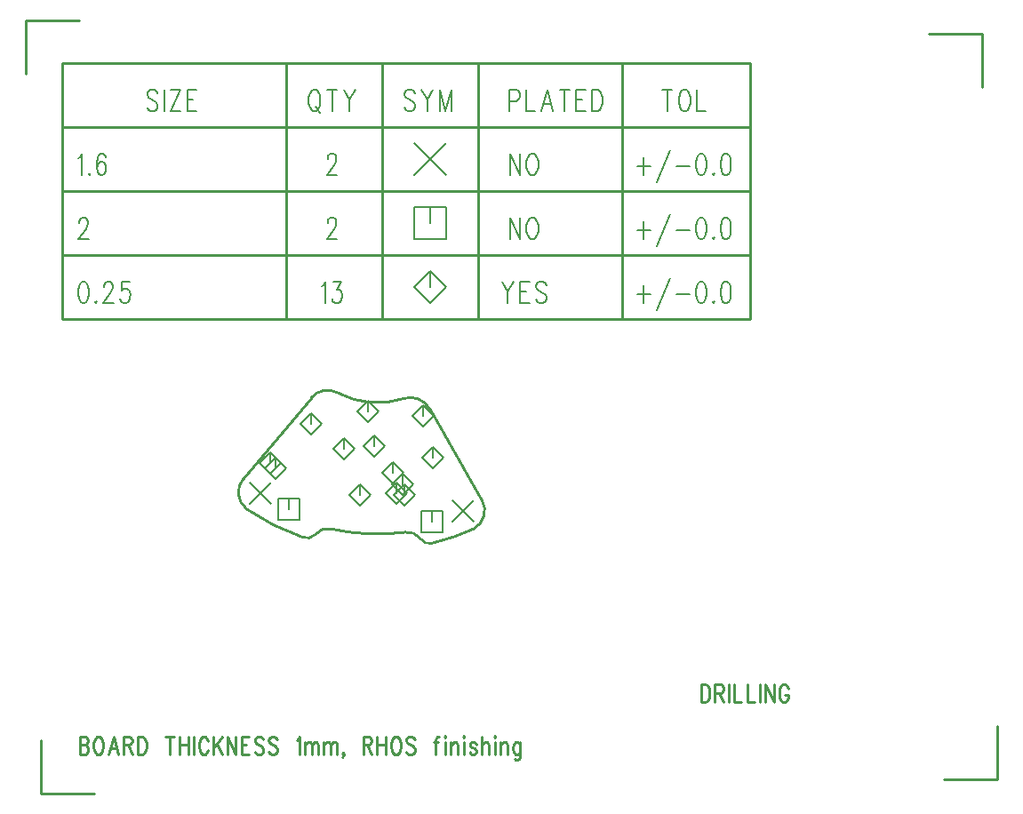
<source format=gbr>
*
*
G04 PADS9.1 Build Number: 392894 generated Gerber (RS-274-X) file*
G04 PC Version=2.1*
*
%IN "4SGI.pcb"*%
*
%MOIN*%
*
%FSLAX35Y35*%
*
*
*
*
G04 PC Standard Apertures*
*
*
G04 Thermal Relief Aperture macro.*
%AMTER*
1,1,$1,0,0*
1,0,$1-$2,0,0*
21,0,$3,$4,0,0,45*
21,0,$3,$4,0,0,135*
%
*
*
G04 Annular Aperture macro.*
%AMANN*
1,1,$1,0,0*
1,0,$2,0,0*
%
*
*
G04 Odd Aperture macro.*
%AMODD*
1,1,$1,0,0*
1,0,$1-0.005,0,0*
%
*
*
G04 PC Custom Aperture Macros*
*
*
*
*
*
*
G04 PC Aperture Table*
*
%ADD010C,0.001*%
%ADD012C,0.01*%
%ADD017C,0.008*%
*
*
*
*
G04 PC Circuitry*
G04 Layer Name 4SGI.pcb - circuitry*
%LPD*%
*
*
G04 PC Custom Flashes*
G04 Layer Name 4SGI.pcb - flashes*
%LPD*%
*
*
G04 PC Circuitry*
G04 Layer Name 4SGI.pcb - circuitry*
%LPD*%
*
G54D10*
G54D12*
G01X2071058Y1495896D02*
Y1489333D01*
Y1495896D02*
X2072649D01*
X2073331Y1495583*
X2073786Y1494958*
X2074013Y1494333*
X2074240Y1493396*
Y1491833*
X2074013Y1490896*
X2073786Y1490271*
X2073331Y1489646*
X2072649Y1489333*
X2071058*
X2076286Y1495896D02*
Y1489333D01*
Y1495896D02*
X2078331D01*
X2079013Y1495583*
X2079240Y1495271*
X2079467Y1494646*
Y1494021*
X2079240Y1493396*
X2079013Y1493083*
X2078331Y1492771*
X2076286*
X2077877D02*
X2079467Y1489333D01*
X2081513Y1495896D02*
Y1489333D01*
X2083558Y1495896D02*
Y1489333D01*
X2086286*
X2088331Y1495896D02*
Y1489333D01*
X2091058*
X2093104Y1495896D02*
Y1489333D01*
X2095149Y1495896D02*
Y1489333D01*
Y1495896D02*
X2098331Y1489333D01*
Y1495896D02*
Y1489333D01*
X2103786Y1494333D02*
X2103558Y1494958D01*
X2103104Y1495583*
X2102649Y1495896*
X2101740*
X2101286Y1495583*
X2100831Y1494958*
X2100604Y1494333*
X2100377Y1493396*
Y1491833*
X2100604Y1490896*
X2100831Y1490271*
X2101286Y1489646*
X2101740Y1489333*
X2102649*
X2103104Y1489646*
X2103558Y1490271*
X2103786Y1490896*
Y1491833*
X2102649D02*
X2103786D01*
X1837997Y1476324D02*
Y1469761D01*
Y1476324D02*
X1840042D01*
X1840724Y1476011*
X1840951Y1475699*
X1841179Y1475074*
Y1474449*
X1840951Y1473824*
X1840724Y1473511*
X1840042Y1473199*
X1837997D02*
X1840042D01*
X1840724Y1472886*
X1840951Y1472574*
X1841179Y1471949*
Y1471011*
X1840951Y1470386*
X1840724Y1470074*
X1840042Y1469761*
X1837997*
X1844588Y1476324D02*
X1844133Y1476011D01*
X1843679Y1475386*
X1843451Y1474761*
X1843224Y1473824*
Y1472261*
X1843451Y1471324*
X1843679Y1470699*
X1844133Y1470074*
X1844588Y1469761*
X1845497*
X1845951Y1470074*
X1846406Y1470699*
X1846633Y1471324*
X1846860Y1472261*
Y1473824*
X1846633Y1474761*
X1846406Y1475386*
X1845951Y1476011*
X1845497Y1476324*
X1844588*
X1850724D02*
X1848906Y1469761D01*
X1850724Y1476324D02*
X1852542Y1469761D01*
X1849588Y1471949D02*
X1851860D01*
X1854588Y1476324D02*
Y1469761D01*
Y1476324D02*
X1856633D01*
X1857315Y1476011*
X1857542Y1475699*
X1857769Y1475074*
Y1474449*
X1857542Y1473824*
X1857315Y1473511*
X1856633Y1473199*
X1854588*
X1856179D02*
X1857769Y1469761D01*
X1859815Y1476324D02*
Y1469761D01*
Y1476324D02*
X1861406D01*
X1862088Y1476011*
X1862542Y1475386*
X1862769Y1474761*
X1862997Y1473824*
Y1472261*
X1862769Y1471324*
X1862542Y1470699*
X1862088Y1470074*
X1861406Y1469761*
X1859815*
X1871860Y1476324D02*
Y1469761D01*
X1870269Y1476324D02*
X1873451D01*
X1875497D02*
Y1469761D01*
X1878679Y1476324D02*
Y1469761D01*
X1875497Y1473199D02*
X1878679D01*
X1880724Y1476324D02*
Y1469761D01*
X1886179Y1474761D02*
X1885951Y1475386D01*
X1885497Y1476011*
X1885042Y1476324*
X1884133*
X1883679Y1476011*
X1883224Y1475386*
X1882997Y1474761*
X1882769Y1473824*
Y1472261*
X1882997Y1471324*
X1883224Y1470699*
X1883679Y1470074*
X1884133Y1469761*
X1885042*
X1885497Y1470074*
X1885951Y1470699*
X1886179Y1471324*
X1888224Y1476324D02*
Y1469761D01*
X1891406Y1476324D02*
X1888224Y1471949D01*
X1889360Y1473511D02*
X1891406Y1469761D01*
X1893451Y1476324D02*
Y1469761D01*
Y1476324D02*
X1896633Y1469761D01*
Y1476324D02*
Y1469761D01*
X1898679Y1476324D02*
Y1469761D01*
Y1476324D02*
X1901633D01*
X1898679Y1473199D02*
X1900497D01*
X1898679Y1469761D02*
X1901633D01*
X1906860Y1475386D02*
X1906406Y1476011D01*
X1905724Y1476324*
X1904815*
X1904133Y1476011*
X1903679Y1475386*
Y1474761*
X1903906Y1474136*
X1904133Y1473824*
X1904588Y1473511*
X1905951Y1472886*
X1906406Y1472574*
X1906633Y1472261*
X1906860Y1471636*
Y1470699*
X1906406Y1470074*
X1905724Y1469761*
X1904815*
X1904133Y1470074*
X1903679Y1470699*
X1912088Y1475386D02*
X1911633Y1476011D01*
X1910951Y1476324*
X1910042*
X1909360Y1476011*
X1908906Y1475386*
Y1474761*
X1909133Y1474136*
X1909360Y1473824*
X1909815Y1473511*
X1911179Y1472886*
X1911633Y1472574*
X1911860Y1472261*
X1912088Y1471636*
Y1470699*
X1911633Y1470074*
X1910951Y1469761*
X1910042*
X1909360Y1470074*
X1908906Y1470699*
X1919360Y1475074D02*
X1919815Y1475386D01*
X1920497Y1476324*
Y1469761*
X1922542Y1474136D02*
Y1469761D01*
Y1472886D02*
X1923224Y1473824D01*
X1923679Y1474136*
X1924360*
X1924815Y1473824*
X1925042Y1472886*
Y1469761*
Y1472886D02*
X1925724Y1473824D01*
X1926179Y1474136*
X1926860*
X1927315Y1473824*
X1927542Y1472886*
Y1469761*
X1929588Y1474136D02*
Y1469761D01*
Y1472886D02*
X1930269Y1473824D01*
X1930724Y1474136*
X1931406*
X1931860Y1473824*
X1932088Y1472886*
Y1469761*
Y1472886D02*
X1932769Y1473824D01*
X1933224Y1474136*
X1933906*
X1934360Y1473824*
X1934588Y1472886*
Y1469761*
X1937088Y1470074D02*
X1936860Y1469761D01*
X1936633Y1470074*
X1936860Y1470386*
X1937088Y1470074*
Y1469449*
X1936860Y1468824*
X1936633Y1468511*
X1944360Y1476324D02*
Y1469761D01*
Y1476324D02*
X1946406D01*
X1947088Y1476011*
X1947315Y1475699*
X1947542Y1475074*
Y1474449*
X1947315Y1473824*
X1947088Y1473511*
X1946406Y1473199*
X1944360*
X1945951D02*
X1947542Y1469761D01*
X1949588Y1476324D02*
Y1469761D01*
X1952769Y1476324D02*
Y1469761D01*
X1949588Y1473199D02*
X1952769D01*
X1956179Y1476324D02*
X1955724Y1476011D01*
X1955269Y1475386*
X1955042Y1474761*
X1954815Y1473824*
Y1472261*
X1955042Y1471324*
X1955269Y1470699*
X1955724Y1470074*
X1956179Y1469761*
X1957088*
X1957542Y1470074*
X1957997Y1470699*
X1958224Y1471324*
X1958451Y1472261*
Y1473824*
X1958224Y1474761*
X1957997Y1475386*
X1957542Y1476011*
X1957088Y1476324*
X1956179*
X1963679Y1475386D02*
X1963224Y1476011D01*
X1962542Y1476324*
X1961633*
X1960951Y1476011*
X1960497Y1475386*
Y1474761*
X1960724Y1474136*
X1960951Y1473824*
X1961406Y1473511*
X1962769Y1472886*
X1963224Y1472574*
X1963451Y1472261*
X1963679Y1471636*
Y1470699*
X1963224Y1470074*
X1962542Y1469761*
X1961633*
X1960951Y1470074*
X1960497Y1470699*
X1972769Y1476324D02*
X1972315D01*
X1971860Y1476011*
X1971633Y1475074*
Y1469761*
X1970951Y1474136D02*
X1972542D01*
X1974815Y1476324D02*
X1975042Y1476011D01*
X1975269Y1476324*
X1975042Y1476636*
X1974815Y1476324*
X1975042Y1474136D02*
Y1469761D01*
X1977315Y1474136D02*
Y1469761D01*
Y1472886D02*
X1977997Y1473824D01*
X1978451Y1474136*
X1979133*
X1979588Y1473824*
X1979815Y1472886*
Y1469761*
X1981860Y1476324D02*
X1982088Y1476011D01*
X1982315Y1476324*
X1982088Y1476636*
X1981860Y1476324*
X1982088Y1474136D02*
Y1469761D01*
X1986860Y1473199D02*
X1986633Y1473824D01*
X1985951Y1474136*
X1985269*
X1984588Y1473824*
X1984360Y1473199*
X1984588Y1472574*
X1985042Y1472261*
X1986179Y1471949*
X1986633Y1471636*
X1986860Y1471011*
Y1470699*
X1986633Y1470074*
X1985951Y1469761*
X1985269*
X1984588Y1470074*
X1984360Y1470699*
X1988906Y1476324D02*
Y1469761D01*
Y1472886D02*
X1989588Y1473824D01*
X1990042Y1474136*
X1990724*
X1991179Y1473824*
X1991406Y1472886*
Y1469761*
X1993451Y1476324D02*
X1993679Y1476011D01*
X1993906Y1476324*
X1993679Y1476636*
X1993451Y1476324*
X1993679Y1474136D02*
Y1469761D01*
X1995951Y1474136D02*
Y1469761D01*
Y1472886D02*
X1996633Y1473824D01*
X1997088Y1474136*
X1997769*
X1998224Y1473824*
X1998451Y1472886*
Y1469761*
X2003224Y1474136D02*
Y1469136D01*
X2002997Y1468199*
X2002769Y1467886*
X2002315Y1467574*
X2001633*
X2001179Y1467886*
X2003224Y1473199D02*
X2002769Y1473824D01*
X2002315Y1474136*
X2001633*
X2001179Y1473824*
X2000724Y1473199*
X2000497Y1472261*
Y1471636*
X2000724Y1470699*
X2001179Y1470074*
X2001633Y1469761*
X2002315*
X2002769Y1470074*
X2003224Y1470699*
X1900788Y1561558D02*
G75*
G03X1921809Y1551031I48934J71466D01*
G01X1921827Y1551025D02*
G03X1926389Y1552091I1471J3999D01*
G01X1932249Y1554225D02*
G03X1926391Y1552092I-1336J-5442D01*
G01X1932289Y1554216D02*
G03X1960292Y1552993I17468J78795D01*
G01X1965815Y1550567D02*
G03X1960269Y1552990I-4781J-3386D01*
G01X1965819Y1550561D02*
G03X1970341Y1548880I3345J2074D01*
G01X1970380Y1548889D02*
G03X1985922Y1554286I-20514J84150D01*
G01X1985913Y1554281D02*
G03X1988944Y1564993I-3840J6872D01*
G01X1988940Y1564999D02*
X1969016Y1599606D01*
X1969018Y1599603D02*
G03X1959686Y1603148I-6910J-4135D01*
G01X1934880Y1605240D02*
G03X1959709Y1603156I14835J27784D01*
G01X1934845Y1605259D02*
G03X1924876Y1603376I-3866J-6861D01*
G01X1924879Y1603379D02*
X1899587Y1573281D01*
X1899585Y1573278D02*
G03X1900763Y1561574I5923J-5315D01*
G01X1837791Y1744944D02*
X1817791D01*
Y1724944*
X1823603Y1475056D02*
Y1455056D01*
X1843603*
X2162209Y1460312D02*
X2182209D01*
Y1480312*
X2176373Y1719944D02*
Y1739944D01*
X2156373*
X1831623Y1729000D02*
X2089623D01*
X1831623Y1705000D02*
X2089623D01*
X1831623Y1681000D02*
X2089623D01*
X1831623Y1657000D02*
X2089623D01*
X1831623Y1633000D02*
X2089623D01*
X1831623Y1729000D02*
Y1633000D01*
X1915623Y1729000D02*
Y1633000D01*
X1951623Y1729000D02*
Y1633000D01*
X1987623Y1729000D02*
Y1633000D01*
X2041623Y1729000D02*
Y1633000D01*
X2089623Y1729000D02*
Y1633000D01*
G54D17*
X1966112Y1552942D02*
X1974112D01*
Y1560942*
X1966112*
Y1552942*
X1970112Y1556942D02*
Y1560942D01*
X1912456Y1557636D02*
X1920456D01*
Y1565636*
X1912456*
Y1557636*
X1916456Y1561636D02*
Y1565636D01*
X1901701Y1563720D02*
X1909701Y1571720D01*
X1901701D02*
X1909701Y1563720D01*
X1977759Y1557067D02*
X1985759Y1565067D01*
X1977759D02*
X1985759Y1557067D01*
X1959182Y1566795D02*
X1963182Y1570795D01*
X1959182Y1574795*
X1955182Y1570795*
X1959182Y1566795*
Y1570795D02*
Y1574795D01*
X1943040Y1562858D02*
X1947040Y1566858D01*
X1943040Y1570858*
X1939040Y1566858*
X1943040Y1562858*
Y1566858D02*
Y1570858D01*
X1959969Y1562858D02*
X1963969Y1566858D01*
X1959969Y1570858*
X1955969Y1566858*
X1959969Y1562858*
Y1566858D02*
Y1570858D01*
X1956820Y1563646D02*
X1960820Y1567646D01*
X1956820Y1571646*
X1952820Y1567646*
X1956820Y1563646*
Y1567646D02*
Y1571646D01*
X1909575Y1575063D02*
X1913575Y1579063D01*
X1909575Y1583063*
X1905575Y1579063*
X1909575Y1575063*
Y1579063D02*
Y1583063D01*
X1911544Y1573094D02*
X1915544Y1577094D01*
X1911544Y1581094*
X1907544Y1577094*
X1911544Y1573094*
Y1577094D02*
Y1581094D01*
X1937135Y1580181D02*
X1941135Y1584181D01*
X1937135Y1588181*
X1933135Y1584181*
X1937135Y1580181*
Y1584181D02*
Y1588181D01*
X1924930Y1589630D02*
X1928930Y1593630D01*
X1924930Y1597630*
X1920930Y1593630*
X1924930Y1589630*
Y1593630D02*
Y1597630D01*
X1948552Y1581362D02*
X1952552Y1585362D01*
X1948552Y1589362*
X1944552Y1585362*
X1948552Y1581362*
Y1585362D02*
Y1589362D01*
X1955638Y1571126D02*
X1959638Y1575126D01*
X1955638Y1579126*
X1951638Y1575126*
X1955638Y1571126*
Y1575126D02*
Y1579126D01*
X1970599Y1577031D02*
X1974599Y1581031D01*
X1970599Y1585031*
X1966599Y1581031*
X1970599Y1577031*
Y1581031D02*
Y1585031D01*
X1946190Y1594354D02*
X1950190Y1598354D01*
X1946190Y1602354*
X1942190Y1598354*
X1946190Y1594354*
Y1598354D02*
Y1602354D01*
X1966662Y1592780D02*
X1970662Y1596780D01*
X1966662Y1600780*
X1962662Y1596780*
X1966662Y1592780*
Y1596780D02*
Y1600780D01*
X1867223Y1717750D02*
X1866677Y1718500D01*
X1865859Y1718875*
X1864768*
X1863950Y1718500*
X1863405Y1717750*
Y1717000*
X1863677Y1716250*
X1863950Y1715875*
X1864495Y1715500*
X1866132Y1714750*
X1866677Y1714375*
X1866950Y1714000*
X1867223Y1713250*
Y1712125*
X1866677Y1711375*
X1865859Y1711000*
X1864768*
X1863950Y1711375*
X1863405Y1712125*
X1869677Y1718875D02*
Y1711000D01*
X1875950Y1718875D02*
X1872132Y1711000D01*
Y1718875D02*
X1875950D01*
X1872132Y1711000D02*
X1875950D01*
X1878405Y1718875D02*
Y1711000D01*
Y1718875D02*
X1881950D01*
X1878405Y1715125D02*
X1880586D01*
X1878405Y1711000D02*
X1881950D01*
X1925586Y1718875D02*
X1925041Y1718500D01*
X1924495Y1717750*
X1924223Y1717000*
X1923950Y1715875*
Y1714000*
X1924223Y1712875*
X1924495Y1712125*
X1925041Y1711375*
X1925586Y1711000*
X1926677*
X1927223Y1711375*
X1927768Y1712125*
X1928041Y1712875*
X1928314Y1714000*
Y1715875*
X1928041Y1717000*
X1927768Y1717750*
X1927223Y1718500*
X1926677Y1718875*
X1925586*
X1926405Y1712500D02*
X1928041Y1710250D01*
X1932677Y1718875D02*
Y1711000D01*
X1930768Y1718875D02*
X1934586D01*
X1937041D02*
X1939223Y1715125D01*
Y1711000*
X1941405Y1718875D02*
X1939223Y1715125D01*
X1963768Y1717750D02*
X1963223Y1718500D01*
X1962405Y1718875*
X1961314*
X1960495Y1718500*
X1959950Y1717750*
Y1717000*
X1960223Y1716250*
X1960495Y1715875*
X1961041Y1715500*
X1962677Y1714750*
X1963223Y1714375*
X1963495Y1714000*
X1963768Y1713250*
Y1712125*
X1963223Y1711375*
X1962405Y1711000*
X1961314*
X1960495Y1711375*
X1959950Y1712125*
X1966223Y1718875D02*
X1968405Y1715125D01*
Y1711000*
X1970586Y1718875D02*
X1968405Y1715125D01*
X1973041Y1718875D02*
Y1711000D01*
Y1718875D02*
X1975223Y1711000D01*
X1977405Y1718875D02*
X1975223Y1711000D01*
X1977405Y1718875D02*
Y1711000D01*
X1999223Y1718875D02*
Y1711000D01*
Y1718875D02*
X2001677D01*
X2002495Y1718500*
X2002768Y1718125*
X2003041Y1717375*
Y1716250*
X2002768Y1715500*
X2002495Y1715125*
X2001677Y1714750*
X1999223*
X2005495Y1718875D02*
Y1711000D01*
X2008768*
X2013405Y1718875D02*
X2011223Y1711000D01*
X2013405Y1718875D02*
X2015586Y1711000D01*
X2012041Y1713625D02*
X2014768D01*
X2019950Y1718875D02*
Y1711000D01*
X2018041Y1718875D02*
X2021859D01*
X2024314D02*
Y1711000D01*
Y1718875D02*
X2027859D01*
X2024314Y1715125D02*
X2026495D01*
X2024314Y1711000D02*
X2027859D01*
X2030314Y1718875D02*
Y1711000D01*
Y1718875D02*
X2032223D01*
X2033041Y1718500*
X2033586Y1717750*
X2033859Y1717000*
X2034132Y1715875*
Y1714000*
X2033859Y1712875*
X2033586Y1712125*
X2033041Y1711375*
X2032223Y1711000*
X2030314*
X2058405Y1718875D02*
Y1711000D01*
X2056495Y1718875D02*
X2060314D01*
X2064405D02*
X2063859Y1718500D01*
X2063314Y1717750*
X2063041Y1717000*
X2062768Y1715875*
Y1714000*
X2063041Y1712875*
X2063314Y1712125*
X2063859Y1711375*
X2064405Y1711000*
X2065495*
X2066041Y1711375*
X2066586Y1712125*
X2066859Y1712875*
X2067132Y1714000*
Y1715875*
X2066859Y1717000*
X2066586Y1717750*
X2066041Y1718500*
X2065495Y1718875*
X2064405*
X2069586D02*
Y1711000D01*
X2072859*
X1837623Y1693375D02*
X1838168Y1693750D01*
X1838986Y1694875*
Y1687000*
X1841714Y1687750D02*
X1841441Y1687375D01*
X1841714Y1687000*
X1841986Y1687375*
X1841714Y1687750*
X1847714Y1693750D02*
X1847441Y1694500D01*
X1846623Y1694875*
X1846077*
X1845259Y1694500*
X1844714Y1693375*
X1844441Y1691500*
Y1689625*
X1844714Y1688125*
X1845259Y1687375*
X1846077Y1687000*
X1846350*
X1847168Y1687375*
X1847714Y1688125*
X1847986Y1689250*
Y1689625*
X1847714Y1690750*
X1847168Y1691500*
X1846350Y1691875*
X1846077*
X1845259Y1691500*
X1844714Y1690750*
X1844441Y1689625*
X1931041Y1693000D02*
Y1693375D01*
X1931314Y1694125*
X1931586Y1694500*
X1932132Y1694875*
X1933223*
X1933768Y1694500*
X1934041Y1694125*
X1934314Y1693375*
Y1692625*
X1934041Y1691875*
X1933495Y1690750*
X1930768Y1687000*
X1934586*
X1963623D02*
X1975623Y1699000D01*
X1963623D02*
X1975623Y1687000D01*
X1999359Y1694875D02*
Y1687000D01*
Y1694875D02*
X2003177Y1687000D01*
Y1694875D02*
Y1687000D01*
X2007268Y1694875D02*
X2006723Y1694500D01*
X2006177Y1693750*
X2005905Y1693000*
X2005632Y1691875*
Y1690000*
X2005905Y1688875*
X2006177Y1688125*
X2006723Y1687375*
X2007268Y1687000*
X2008359*
X2008905Y1687375*
X2009450Y1688125*
X2009723Y1688875*
X2009995Y1690000*
Y1691875*
X2009723Y1693000*
X2009450Y1693750*
X2008905Y1694500*
X2008359Y1694875*
X2007268*
X2049541Y1693750D02*
Y1687000D01*
X2047086Y1690375D02*
X2051995D01*
X2059359Y1696375D02*
X2054450Y1684375D01*
X2061814Y1690375D02*
X2066723D01*
X2070814Y1694875D02*
X2069995Y1694500D01*
X2069450Y1693375*
X2069177Y1691500*
Y1690375*
X2069450Y1688500*
X2069995Y1687375*
X2070814Y1687000*
X2071359*
X2072177Y1687375*
X2072723Y1688500*
X2072995Y1690375*
Y1691500*
X2072723Y1693375*
X2072177Y1694500*
X2071359Y1694875*
X2070814*
X2075723Y1687750D02*
X2075450Y1687375D01*
X2075723Y1687000*
X2075995Y1687375*
X2075723Y1687750*
X2080086Y1694875D02*
X2079268Y1694500D01*
X2078723Y1693375*
X2078450Y1691500*
Y1690375*
X2078723Y1688500*
X2079268Y1687375*
X2080086Y1687000*
X2080632*
X2081450Y1687375*
X2081995Y1688500*
X2082268Y1690375*
Y1691500*
X2081995Y1693375*
X2081450Y1694500*
X2080632Y1694875*
X2080086*
X1837895Y1669000D02*
Y1669375D01*
X1838168Y1670125*
X1838441Y1670500*
X1838986Y1670875*
X1840077*
X1840623Y1670500*
X1840895Y1670125*
X1841168Y1669375*
Y1668625*
X1840895Y1667875*
X1840350Y1666750*
X1837623Y1663000*
X1841441*
X1931041Y1669000D02*
Y1669375D01*
X1931314Y1670125*
X1931586Y1670500*
X1932132Y1670875*
X1933223*
X1933768Y1670500*
X1934041Y1670125*
X1934314Y1669375*
Y1668625*
X1934041Y1667875*
X1933495Y1666750*
X1930768Y1663000*
X1934586*
X1963623D02*
X1975623D01*
Y1675000*
X1963623*
Y1663000*
X1969623Y1669000D02*
Y1675000D01*
X1999359Y1670875D02*
Y1663000D01*
Y1670875D02*
X2003177Y1663000D01*
Y1670875D02*
Y1663000D01*
X2007268Y1670875D02*
X2006723Y1670500D01*
X2006177Y1669750*
X2005905Y1669000*
X2005632Y1667875*
Y1666000*
X2005905Y1664875*
X2006177Y1664125*
X2006723Y1663375*
X2007268Y1663000*
X2008359*
X2008905Y1663375*
X2009450Y1664125*
X2009723Y1664875*
X2009995Y1666000*
Y1667875*
X2009723Y1669000*
X2009450Y1669750*
X2008905Y1670500*
X2008359Y1670875*
X2007268*
X2049541Y1669750D02*
Y1663000D01*
X2047086Y1666375D02*
X2051995D01*
X2059359Y1672375D02*
X2054450Y1660375D01*
X2061814Y1666375D02*
X2066723D01*
X2070814Y1670875D02*
X2069995Y1670500D01*
X2069450Y1669375*
X2069177Y1667500*
Y1666375*
X2069450Y1664500*
X2069995Y1663375*
X2070814Y1663000*
X2071359*
X2072177Y1663375*
X2072723Y1664500*
X2072995Y1666375*
Y1667500*
X2072723Y1669375*
X2072177Y1670500*
X2071359Y1670875*
X2070814*
X2075723Y1663750D02*
X2075450Y1663375D01*
X2075723Y1663000*
X2075995Y1663375*
X2075723Y1663750*
X2080086Y1670875D02*
X2079268Y1670500D01*
X2078723Y1669375*
X2078450Y1667500*
Y1666375*
X2078723Y1664500*
X2079268Y1663375*
X2080086Y1663000*
X2080632*
X2081450Y1663375*
X2081995Y1664500*
X2082268Y1666375*
Y1667500*
X2081995Y1669375*
X2081450Y1670500*
X2080632Y1670875*
X2080086*
X1839259Y1646875D02*
X1838441Y1646500D01*
X1837895Y1645375*
X1837623Y1643500*
Y1642375*
X1837895Y1640500*
X1838441Y1639375*
X1839259Y1639000*
X1839805*
X1840623Y1639375*
X1841168Y1640500*
X1841441Y1642375*
Y1643500*
X1841168Y1645375*
X1840623Y1646500*
X1839805Y1646875*
X1839259*
X1844168Y1639750D02*
X1843895Y1639375D01*
X1844168Y1639000*
X1844441Y1639375*
X1844168Y1639750*
X1847168Y1645000D02*
Y1645375D01*
X1847441Y1646125*
X1847714Y1646500*
X1848259Y1646875*
X1849350*
X1849895Y1646500*
X1850168Y1646125*
X1850441Y1645375*
Y1644625*
X1850168Y1643875*
X1849623Y1642750*
X1846895Y1639000*
X1850714*
X1856714Y1646875D02*
X1853986D01*
X1853714Y1643500*
X1853986Y1643875*
X1854805Y1644250*
X1855623*
X1856441Y1643875*
X1856986Y1643125*
X1857259Y1642000*
X1856986Y1641250*
X1856714Y1640125*
X1856168Y1639375*
X1855350Y1639000*
X1854532*
X1853714Y1639375*
X1853441Y1639750*
X1853168Y1640500*
X1928859Y1645375D02*
X1929405Y1645750D01*
X1930223Y1646875*
Y1639000*
X1933223Y1646875D02*
X1936223D01*
X1934586Y1643875*
X1935405*
X1935950Y1643500*
X1936223Y1643125*
X1936495Y1642000*
Y1641250*
X1936223Y1640125*
X1935677Y1639375*
X1934859Y1639000*
X1934041*
X1933223Y1639375*
X1932950Y1639750*
X1932677Y1640500*
X1969623Y1639000D02*
X1975623Y1645000D01*
X1969623Y1651000*
X1963623Y1645000*
X1969623Y1639000*
Y1645000D02*
Y1651000D01*
X1996359Y1646875D02*
X1998541Y1643125D01*
Y1639000*
X2000723Y1646875D02*
X1998541Y1643125D01*
X2003177Y1646875D02*
Y1639000D01*
Y1646875D02*
X2006723D01*
X2003177Y1643125D02*
X2005359D01*
X2003177Y1639000D02*
X2006723D01*
X2012995Y1645750D02*
X2012450Y1646500D01*
X2011632Y1646875*
X2010541*
X2009723Y1646500*
X2009177Y1645750*
Y1645000*
X2009450Y1644250*
X2009723Y1643875*
X2010268Y1643500*
X2011905Y1642750*
X2012450Y1642375*
X2012723Y1642000*
X2012995Y1641250*
Y1640125*
X2012450Y1639375*
X2011632Y1639000*
X2010541*
X2009723Y1639375*
X2009177Y1640125*
X2049541Y1645750D02*
Y1639000D01*
X2047086Y1642375D02*
X2051995D01*
X2059359Y1648375D02*
X2054450Y1636375D01*
X2061814Y1642375D02*
X2066723D01*
X2070814Y1646875D02*
X2069995Y1646500D01*
X2069450Y1645375*
X2069177Y1643500*
Y1642375*
X2069450Y1640500*
X2069995Y1639375*
X2070814Y1639000*
X2071359*
X2072177Y1639375*
X2072723Y1640500*
X2072995Y1642375*
Y1643500*
X2072723Y1645375*
X2072177Y1646500*
X2071359Y1646875*
X2070814*
X2075723Y1639750D02*
X2075450Y1639375D01*
X2075723Y1639000*
X2075995Y1639375*
X2075723Y1639750*
X2080086Y1646875D02*
X2079268Y1646500D01*
X2078723Y1645375*
X2078450Y1643500*
Y1642375*
X2078723Y1640500*
X2079268Y1639375*
X2080086Y1639000*
X2080632*
X2081450Y1639375*
X2081995Y1640500*
X2082268Y1642375*
Y1643500*
X2081995Y1645375*
X2081450Y1646500*
X2080632Y1646875*
X2080086*
G74*
X0Y0D02*
M02*

</source>
